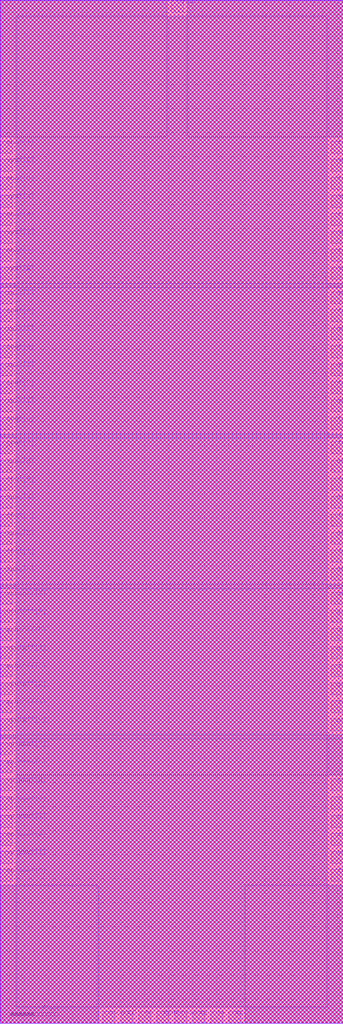
<source format=lef>
VERSION 5.7 ;
BUSBITCHARS "[]" ;
DIVIDERCHAR "/" ;

MACRO test
  CLASS BLOCK ;
  ORIGIN 0 0 ;
  FOREIGN test 0 0 ;
  SIZE 28.5 BY 85 ;
  SYMMETRY X Y R90 ;
  PIN dvdd
    DIRECTION INOUT ;
    USE POWER ;
    PORT
      LAYER ME3 ;
        RECT 14.2 84 15.2 85 ;
    END
  END dvdd
  PIN cc
    DIRECTION OUTPUT ;
    USE SIGNAL ;
    PORT
      LAYER ME3 ;
        RECT 27.5 19.3 28.5 20.3 ;
    END
  END cc
  PIN tc
    DIRECTION OUTPUT ;
    USE SIGNAL ;
    PORT
      LAYER ME3 ;
        RECT 27.5 17.8 28.5 18.8 ;
    END
  END tc
  PIN cv
    DIRECTION OUTPUT ;
    USE SIGNAL ;
    PORT
      LAYER ME3 ;
        RECT 27.5 16.3 28.5 17.3 ;
    END
  END cv
  PIN imonen
    DIRECTION OUTPUT ;
    USE SIGNAL ;
    PORT
      LAYER ME3 ;
        RECT 27.5 14.8 28.5 15.8 ;
    END
  END imonen
  PIN vmonen
    DIRECTION OUTPUT ;
    USE SIGNAL ;
    PORT
      LAYER ME3 ;
        RECT 27.5 13.3 28.5 14.3 ;
    END
  END vmonen
  PIN tmonen
    DIRECTION OUTPUT ;
    USE SIGNAL ;
    PORT
      LAYER ME3 ;
        RECT 27.5 11.8 28.5 12.8 ;
    END
  END tmonen
  PIN vtok
    DIRECTION INPUT ;
    USE SIGNAL ;
    PORT
      LAYER ME3 ;
        RECT 8.5 0 9.5 1 ;
    END
  END vtok
  PIN ibat[7]
    DIRECTION INPUT ;
    USE SIGNAL ;
    PORT
      LAYER ME3 ;
        RECT 0 59.8 1 60.8 ;
    END
  END ibat[7]
  PIN ibat[0]
    DIRECTION INPUT ;
    USE SIGNAL ;
    PORT
      LAYER ME3 ;
        RECT 0 49.3 1 50.3 ;
    END
  END ibat[0]
  PIN tbat[7]
    DIRECTION INPUT ;
    USE SIGNAL ;
    PORT
      LAYER ME3 ;
        RECT 0 47.3 1 48.3 ;
    END
  END tbat[7]
  PIN vcutoff[0]
    DIRECTION INPUT ;
    USE SIGNAL ;
    PORT
      LAYER ME3 ;
        RECT 0 24.3 1 25.3 ;
    END
  END vcutoff[0]
  PIN vpreset[0]
    DIRECTION INPUT ;
    USE SIGNAL ;
    PORT
      LAYER ME3 ;
        RECT 0 11.8 1 12.8 ;
    END
  END vpreset[0]
  PIN tempmin[7]
    DIRECTION INPUT ;
    USE SIGNAL ;
    PORT
      LAYER ME3 ;
        RECT 27.5 72.3 28.5 73.3 ;
    END
  END tempmin[7]
  PIN tempmax[1]
    DIRECTION INPUT ;
    USE SIGNAL ;
    PORT
      LAYER ME3 ;
        RECT 27.5 50.8 28.5 51.8 ;
    END
  END tempmax[1]
  PIN tempmax[0]
    DIRECTION INPUT ;
    USE SIGNAL ;
    PORT
      LAYER ME3 ;
        RECT 27.5 49.3 28.5 50.3 ;
    END
  END tempmax[0]
  PIN iend[7]
    DIRECTION INPUT ;
    USE SIGNAL ;
    PORT
      LAYER ME3 ;
        RECT 27.5 34.8 28.5 35.8 ;
    END
  END iend[7]
  PIN clk
    DIRECTION INPUT ;
    USE CLOCK ;
    PORT
      LAYER ME3 ;
        RECT 10 0 11 1 ;
    END
  END clk
  PIN en
    DIRECTION INPUT ;
    USE SIGNAL ;
    PORT
      LAYER ME3 ;
        RECT 11.5 0 12.5 1 ;
    END
  END en
  PIN rstz
    DIRECTION INPUT ;
    USE SIGNAL ;
    PORT
      LAYER ME3 ;
        RECT 14.5 0 15.5 1 ;
    END
  END rstz
  PIN si
    DIRECTION INPUT ;
    USE SIGNAL ;
    PORT
      LAYER ME3 ;
        RECT 17.5 0 18.5 1 ;
    END
  END si
  PIN se
    DIRECTION INPUT ;
    USE SIGNAL ;
    PORT
      LAYER ME3 ;
        RECT 16 0 17 1 ;
    END
  END se
  PIN so
    DIRECTION OUTPUT ;
    USE SIGNAL ;
    PORT
      LAYER ME3 ;
        RECT 19 0 20 1 ;
    END
  END so
  PIN ibat[1]
    DIRECTION INPUT ;
    USE SIGNAL ;
    PORT
      LAYER ME3 ;
        RECT 0 50.8 1 51.8 ;
    END
  END ibat[1]
  PIN tbat[0]
    DIRECTION INPUT ;
    USE SIGNAL ;
    PORT
      LAYER ME3 ;
        RECT 0 36.8 1 37.8 ;
    END
  END tbat[0]
  PIN ibat[2]
    DIRECTION INPUT ;
    USE SIGNAL ;
    PORT
      LAYER ME3 ;
        RECT 0 52.3 1 53.3 ;
    END
  END ibat[2]
  PIN ibat[3]
    DIRECTION INPUT ;
    USE SIGNAL ;
    PORT
      LAYER ME3 ;
        RECT 0 53.8 1 54.8 ;
    END
  END ibat[3]
  PIN ibat[4]
    DIRECTION INPUT ;
    USE SIGNAL ;
    PORT
      LAYER ME3 ;
        RECT 0 55.3 1 56.3 ;
    END
  END ibat[4]
  PIN ibat[5]
    DIRECTION INPUT ;
    USE SIGNAL ;
    PORT
      LAYER ME3 ;
        RECT 0 56.8 1 57.8 ;
    END
  END ibat[5]
  PIN ibat[6]
    DIRECTION INPUT ;
    USE SIGNAL ;
    PORT
      LAYER ME3 ;
        RECT 0 58.3 1 59.3 ;
    END
  END ibat[6]
  PIN vbat[0]
    DIRECTION INPUT ;
    USE SIGNAL ;
    PORT
      LAYER ME3 ;
        RECT 0 61.8 1 62.8 ;
    END
  END vbat[0]
  PIN vbat[7]
    DIRECTION INPUT ;
    USE SIGNAL ;
    PORT
      LAYER ME3 ;
        RECT 0 72.3 1 73.3 ;
    END
  END vbat[7]
  PIN vbat[1]
    DIRECTION INPUT ;
    USE SIGNAL ;
    PORT
      LAYER ME3 ;
        RECT 0 63.3 1 64.3 ;
    END
  END vbat[1]
  PIN vbat[2]
    DIRECTION INPUT ;
    USE SIGNAL ;
    PORT
      LAYER ME3 ;
        RECT 0 64.8 1 65.8 ;
    END
  END vbat[2]
  PIN vbat[3]
    DIRECTION INPUT ;
    USE SIGNAL ;
    PORT
      LAYER ME3 ;
        RECT 0 66.3 1 67.3 ;
    END
  END vbat[3]
  PIN vbat[4]
    DIRECTION INPUT ;
    USE SIGNAL ;
    PORT
      LAYER ME3 ;
        RECT 0 67.8 1 68.8 ;
    END
  END vbat[4]
  PIN vbat[5]
    DIRECTION INPUT ;
    USE SIGNAL ;
    PORT
      LAYER ME3 ;
        RECT 0 69.3 1 70.3 ;
    END
  END vbat[5]
  PIN vbat[6]
    DIRECTION INPUT ;
    USE SIGNAL ;
    PORT
      LAYER ME3 ;
        RECT 0 70.8 1 71.8 ;
    END
  END vbat[6]
  PIN tbat[1]
    DIRECTION INPUT ;
    USE SIGNAL ;
    PORT
      LAYER ME3 ;
        RECT 0 38.3 1 39.3 ;
    END
  END tbat[1]
  PIN tbat[6]
    DIRECTION INPUT ;
    USE SIGNAL ;
    PORT
      LAYER ME3 ;
        RECT 0 45.8 1 46.8 ;
    END
  END tbat[6]
  PIN tbat[3]
    DIRECTION INPUT ;
    USE SIGNAL ;
    PORT
      LAYER ME3 ;
        RECT 0 41.3 1 42.3 ;
    END
  END tbat[3]
  PIN tbat[5]
    DIRECTION INPUT ;
    USE SIGNAL ;
    PORT
      LAYER ME3 ;
        RECT 0 44.3 1 45.3 ;
    END
  END tbat[5]
  PIN tbat[4]
    DIRECTION INPUT ;
    USE SIGNAL ;
    PORT
      LAYER ME3 ;
        RECT 0 42.8 1 43.8 ;
    END
  END tbat[4]
  PIN tbat[2]
    DIRECTION INPUT ;
    USE SIGNAL ;
    PORT
      LAYER ME3 ;
        RECT 0 39.8 1 40.8 ;
    END
  END tbat[2]
  PIN vcutoff[3]
    DIRECTION INPUT ;
    USE SIGNAL ;
    PORT
      LAYER ME3 ;
        RECT 0 28.8 1 29.8 ;
    END
  END vcutoff[3]
  PIN vcutoff[7]
    DIRECTION INPUT ;
    USE SIGNAL ;
    PORT
      LAYER ME3 ;
        RECT 0 34.8 1 35.8 ;
    END
  END vcutoff[7]
  PIN vcutoff[1]
    DIRECTION INPUT ;
    USE SIGNAL ;
    PORT
      LAYER ME3 ;
        RECT 0 25.8 1 26.8 ;
    END
  END vcutoff[1]
  PIN vcutoff[2]
    DIRECTION INPUT ;
    USE SIGNAL ;
    PORT
      LAYER ME3 ;
        RECT 0 27.3 1 28.3 ;
    END
  END vcutoff[2]
  PIN vcutoff[4]
    DIRECTION INPUT ;
    USE SIGNAL ;
    PORT
      LAYER ME3 ;
        RECT 0 30.3 1 31.3 ;
    END
  END vcutoff[4]
  PIN vcutoff[6]
    DIRECTION INPUT ;
    USE SIGNAL ;
    PORT
      LAYER ME3 ;
        RECT 0 33.3 1 34.3 ;
    END
  END vcutoff[6]
  PIN vcutoff[5]
    DIRECTION INPUT ;
    USE SIGNAL ;
    PORT
      LAYER ME3 ;
        RECT 0 31.8 1 32.8 ;
    END
  END vcutoff[5]
  PIN tempmin[3]
    DIRECTION INPUT ;
    USE SIGNAL ;
    PORT
      LAYER ME3 ;
        RECT 27.5 66.3 28.5 67.3 ;
    END
  END tempmin[3]
  PIN tempmin[1]
    DIRECTION INPUT ;
    USE SIGNAL ;
    PORT
      LAYER ME3 ;
        RECT 27.5 63.3 28.5 64.3 ;
    END
  END tempmin[1]
  PIN tempmin[4]
    DIRECTION INPUT ;
    USE SIGNAL ;
    PORT
      LAYER ME3 ;
        RECT 27.5 67.8 28.5 68.8 ;
    END
  END tempmin[4]
  PIN tempmin[6]
    DIRECTION INPUT ;
    USE SIGNAL ;
    PORT
      LAYER ME3 ;
        RECT 27.5 70.8 28.5 71.8 ;
    END
  END tempmin[6]
  PIN tempmin[2]
    DIRECTION INPUT ;
    USE SIGNAL ;
    PORT
      LAYER ME3 ;
        RECT 27.5 64.8 28.5 65.8 ;
    END
  END tempmin[2]
  PIN tempmin[5]
    DIRECTION INPUT ;
    USE SIGNAL ;
    PORT
      LAYER ME3 ;
        RECT 27.5 69.3 28.5 70.3 ;
    END
  END tempmin[5]
  PIN tempmin[0]
    DIRECTION INPUT ;
    USE SIGNAL ;
    PORT
      LAYER ME3 ;
        RECT 27.5 61.8 28.5 62.8 ;
    END
  END tempmin[0]
  PIN vpreset[5]
    DIRECTION INPUT ;
    USE SIGNAL ;
    PORT
      LAYER ME3 ;
        RECT 0 19.3 1 20.3 ;
    END
  END vpreset[5]
  PIN vpreset[2]
    DIRECTION INPUT ;
    USE SIGNAL ;
    PORT
      LAYER ME3 ;
        RECT 0 14.8 1 15.8 ;
    END
  END vpreset[2]
  PIN vpreset[6]
    DIRECTION INPUT ;
    USE SIGNAL ;
    PORT
      LAYER ME3 ;
        RECT 0 20.8 1 21.8 ;
    END
  END vpreset[6]
  PIN vpreset[4]
    DIRECTION INPUT ;
    USE SIGNAL ;
    PORT
      LAYER ME3 ;
        RECT 0 17.8 1 18.8 ;
    END
  END vpreset[4]
  PIN vpreset[1]
    DIRECTION INPUT ;
    USE SIGNAL ;
    PORT
      LAYER ME3 ;
        RECT 0 13.3 1 14.3 ;
    END
  END vpreset[1]
  PIN vpreset[3]
    DIRECTION INPUT ;
    USE SIGNAL ;
    PORT
      LAYER ME3 ;
        RECT 0 16.3 1 17.3 ;
    END
  END vpreset[3]
  PIN vpreset[7]
    DIRECTION INPUT ;
    USE SIGNAL ;
    PORT
      LAYER ME3 ;
        RECT 0 22.3 1 23.3 ;
    END
  END vpreset[7]
  PIN tempmax[2]
    DIRECTION INPUT ;
    USE SIGNAL ;
    PORT
      LAYER ME3 ;
        RECT 27.5 52.3 28.5 53.3 ;
    END
  END tempmax[2]
  PIN tempmax[7]
    DIRECTION INPUT ;
    USE SIGNAL ;
    PORT
      LAYER ME3 ;
        RECT 27.5 59.8 28.5 60.8 ;
    END
  END tempmax[7]
  PIN tempmax[6]
    DIRECTION INPUT ;
    USE SIGNAL ;
    PORT
      LAYER ME3 ;
        RECT 27.5 58.3 28.5 59.3 ;
    END
  END tempmax[6]
  PIN tempmax[5]
    DIRECTION INPUT ;
    USE SIGNAL ;
    PORT
      LAYER ME3 ;
        RECT 27.5 56.8 28.5 57.8 ;
    END
  END tempmax[5]
  PIN tempmax[4]
    DIRECTION INPUT ;
    USE SIGNAL ;
    PORT
      LAYER ME3 ;
        RECT 27.5 55.3 28.5 56.3 ;
    END
  END tempmax[4]
  PIN tempmax[3]
    DIRECTION INPUT ;
    USE SIGNAL ;
    PORT
      LAYER ME3 ;
        RECT 27.5 53.8 28.5 54.8 ;
    END
  END tempmax[3]
  PIN tmax[0]
    DIRECTION INPUT ;
    USE SIGNAL ;
    PORT
      LAYER ME3 ;
        RECT 27.5 36.8 28.5 37.8 ;
    END
  END tmax[0]
  PIN tmax[2]
    DIRECTION INPUT ;
    USE SIGNAL ;
    PORT
      LAYER ME3 ;
        RECT 27.5 39.8 28.5 40.8 ;
    END
  END tmax[2]
  PIN tmax[1]
    DIRECTION INPUT ;
    USE SIGNAL ;
    PORT
      LAYER ME3 ;
        RECT 27.5 38.3 28.5 39.3 ;
    END
  END tmax[1]
  PIN tmax[3]
    DIRECTION INPUT ;
    USE SIGNAL ;
    PORT
      LAYER ME3 ;
        RECT 27.5 41.3 28.5 42.3 ;
    END
  END tmax[3]
  PIN tmax[4]
    DIRECTION INPUT ;
    USE SIGNAL ;
    PORT
      LAYER ME3 ;
        RECT 27.5 42.8 28.5 43.8 ;
    END
  END tmax[4]
  PIN tmax[5]
    DIRECTION INPUT ;
    USE SIGNAL ;
    PORT
      LAYER ME3 ;
        RECT 27.5 44.3 28.5 45.3 ;
    END
  END tmax[5]
  PIN tmax[6]
    DIRECTION INPUT ;
    USE SIGNAL ;
    PORT
      LAYER ME3 ;
        RECT 27.5 45.8 28.5 46.8 ;
    END
  END tmax[6]
  PIN tmax[7]
    DIRECTION INPUT ;
    USE SIGNAL ;
    PORT
      LAYER ME3 ;
        RECT 27.5 47.3 28.5 48.3 ;
    END
  END tmax[7]
  PIN iend[6]
    DIRECTION INPUT ;
    USE SIGNAL ;
    PORT
      LAYER ME3 ;
        RECT 27.5 33.3 28.5 34.3 ;
    END
  END iend[6]
  PIN iend[5]
    DIRECTION INPUT ;
    USE SIGNAL ;
    PORT
      LAYER ME3 ;
        RECT 27.5 31.8 28.5 32.8 ;
    END
  END iend[5]
  PIN iend[4]
    DIRECTION INPUT ;
    USE SIGNAL ;
    PORT
      LAYER ME3 ;
        RECT 27.5 30.3 28.5 31.3 ;
    END
  END iend[4]
  PIN iend[3]
    DIRECTION INPUT ;
    USE SIGNAL ;
    PORT
      LAYER ME3 ;
        RECT 27.5 28.8 28.5 29.8 ;
    END
  END iend[3]
  PIN iend[2]
    DIRECTION INPUT ;
    USE SIGNAL ;
    PORT
      LAYER ME3 ;
        RECT 27.5 27.3 28.5 28.3 ;
    END
  END iend[2]
  PIN iend[1]
    DIRECTION INPUT ;
    USE SIGNAL ;
    PORT
      LAYER ME3 ;
        RECT 27.5 25.8 28.5 26.8 ;
    END
  END iend[1]
  PIN iend[0]
    DIRECTION INPUT ;
    USE SIGNAL ;
    PORT
      LAYER ME3 ;
        RECT 27.5 24.3 28.5 25.3 ;
    END
  END iend[0]
  PIN dgnd
    DIRECTION INOUT ;
    USE SIGNAL ;
    PORT
      LAYER ME3 ;
        RECT 13 0 14 1 ;
    END
  END dgnd
  OBS
    LAYER ME1 SPACING 0.16 ;
      RECT 0 0 28.5 85 ;
    LAYER ME2 SPACING 0.2 ;
      RECT 0 0 28.5 85 ;
    LAYER ME3 SPACING 0.2 ;
      RECT 15.56 73.66 28.5 85 ;
      RECT 0 73.66 13.84 85 ;
      RECT 1.36 1.36 27.14 83.64 ;
      RECT 0 61.16 28.5 61.44 ;
      RECT 0 48.66 28.5 48.94 ;
      RECT 0 36.16 28.5 36.44 ;
      RECT 0 23.66 28.5 23.94 ;
      RECT 1.36 20.66 28.5 23.94 ;
      RECT 20.36 0 28.5 11.44 ;
      RECT 0 0 8.14 11.44 ;
    LAYER ME4 SPACING 0.2 ;
      RECT 15.5 73.6 28.5 85 ;
      RECT 0 73.6 13.9 85 ;
      RECT 1.3 1.3 27.2 83.7 ;
      RECT 0 61.1 28.5 61.5 ;
      RECT 0 48.6 28.5 49 ;
      RECT 0 36.1 28.5 36.5 ;
      RECT 0 23.6 28.5 24 ;
      RECT 1.3 20.6 28.5 24 ;
      RECT 20.3 0 28.5 11.5 ;
      RECT 0 0 8.2 11.5 ;
    LAYER ME5 SPACING 0.2 ;
      RECT 0 0 28.5 85 ;
    LAYER ME6 SPACING 0.2 ;
      RECT 0 0 28.5 85 ;
    LAYER ME7 SPACING 0.4 ;
      RECT 0 0 28.5 85 ;
    LAYER ME8 SPACING 1.5 ;
      RECT 0 0 28.5 85 ;
  END
END test

END LIBRARY

</source>
